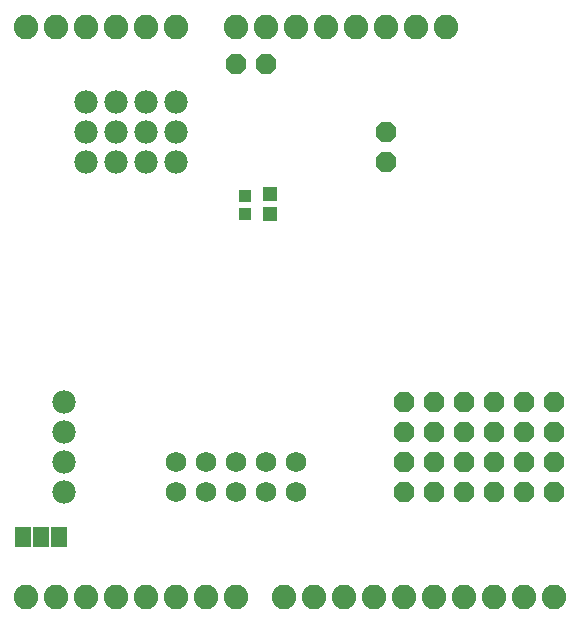
<source format=gts>
G75*
%MOIN*%
%OFA0B0*%
%FSLAX25Y25*%
%IPPOS*%
%LPD*%
%AMOC8*
5,1,8,0,0,1.08239X$1,22.5*
%
%ADD10C,0.07800*%
%ADD11R,0.03950X0.03950*%
%ADD12R,0.05131X0.04737*%
%ADD13R,0.05400X0.07100*%
%ADD14C,0.08200*%
%ADD15OC8,0.06800*%
%ADD16C,0.06800*%
D10*
X0080095Y0088933D03*
X0080095Y0098933D03*
X0080095Y0108933D03*
X0080095Y0118933D03*
X0087595Y0198933D03*
X0097595Y0198933D03*
X0107595Y0198933D03*
X0117595Y0198933D03*
X0117595Y0208933D03*
X0107595Y0208933D03*
X0097595Y0208933D03*
X0087595Y0208933D03*
X0087595Y0218933D03*
X0097595Y0218933D03*
X0107595Y0218933D03*
X0117595Y0218933D03*
D11*
X0140496Y0187387D03*
X0140496Y0181481D03*
D12*
X0148995Y0181387D03*
X0148995Y0188080D03*
D13*
X0078595Y0073933D03*
X0072595Y0073933D03*
X0066595Y0073933D03*
D14*
X0067595Y0053933D03*
X0077595Y0053933D03*
X0087595Y0053933D03*
X0097595Y0053933D03*
X0107595Y0053933D03*
X0117595Y0053933D03*
X0127595Y0053933D03*
X0137595Y0053933D03*
X0153595Y0053933D03*
X0163595Y0053933D03*
X0173595Y0053933D03*
X0183595Y0053933D03*
X0193595Y0053933D03*
X0203595Y0053933D03*
X0213595Y0053933D03*
X0223595Y0053933D03*
X0233595Y0053933D03*
X0243595Y0053933D03*
X0207595Y0243933D03*
X0197595Y0243933D03*
X0187595Y0243933D03*
X0177595Y0243933D03*
X0167595Y0243933D03*
X0157595Y0243933D03*
X0147595Y0243933D03*
X0137595Y0243933D03*
X0117595Y0243933D03*
X0107595Y0243933D03*
X0097595Y0243933D03*
X0087595Y0243933D03*
X0077595Y0243933D03*
X0067595Y0243933D03*
D15*
X0137595Y0231433D03*
X0147595Y0231433D03*
X0187595Y0208933D03*
X0187595Y0198933D03*
X0193595Y0118933D03*
X0193595Y0108933D03*
X0203595Y0108933D03*
X0203595Y0118933D03*
X0213595Y0118933D03*
X0213595Y0108933D03*
X0223595Y0108933D03*
X0233595Y0108933D03*
X0233595Y0118933D03*
X0223595Y0118933D03*
X0243595Y0118933D03*
X0243595Y0108933D03*
X0243595Y0098933D03*
X0233595Y0098933D03*
X0223595Y0098933D03*
X0213595Y0098933D03*
X0203595Y0098933D03*
X0193595Y0098933D03*
X0193595Y0088933D03*
X0203595Y0088933D03*
X0213595Y0088933D03*
X0223595Y0088933D03*
X0233595Y0088933D03*
X0243595Y0088933D03*
D16*
X0157595Y0088933D03*
X0147595Y0088933D03*
X0137595Y0088933D03*
X0127595Y0088933D03*
X0117595Y0088933D03*
X0117595Y0098933D03*
X0127595Y0098933D03*
X0137595Y0098933D03*
X0147595Y0098933D03*
X0157595Y0098933D03*
M02*

</source>
